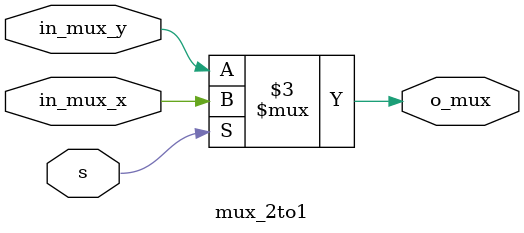
<source format=v>
module mux_2to1 (
    input in_mux_x, in_mux_y, s, output reg o_mux
);
    always @(*) begin
        if(s)
            o_mux = in_mux_x;
        else
            o_mux = in_mux_y;
    end
    
endmodule
</source>
